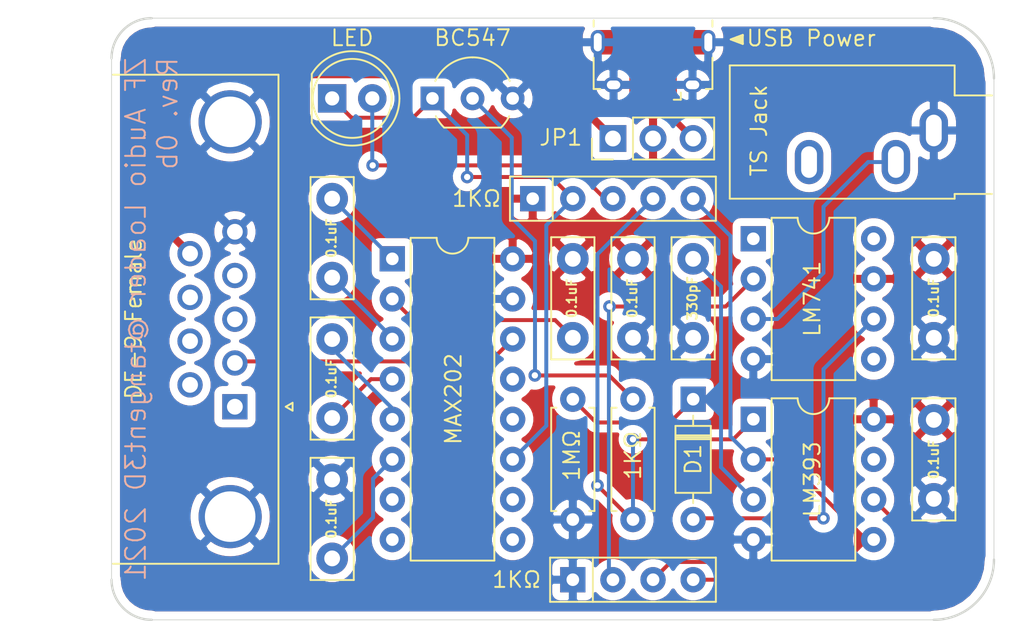
<source format=kicad_pcb>
(kicad_pcb (version 20171130) (host pcbnew "(5.1.12)-1")
  (layers (0 F.Cu signal) (31 B.Cu signal) (34 B.Paste user hide) (35 F.Paste user hide) (36 B.SilkS user) (37 F.SilkS user) (38 B.Mask user) (39 F.Mask user) (44 Edge.Cuts user))
  (net 0 "")
  (net 1 GND)
  (net 2 VCC)
  (net 3 "Net-(C4-Pad2)")
  (net 4 "Net-(C5-Pad2)")
  (net 5 "Net-(C5-Pad1)")
  (net 6 "Net-(C6-Pad2)")
  (net 7 "Net-(C7-Pad2)")
  (net 8 "Net-(C7-Pad1)")
  (net 9 "Net-(C8-Pad1)")
  (net 10 "Net-(D1-Pad2)")
  (net 11 RN1c)
  (net 12 RN1d)
  (net 13 "Net-(J1-Pad1)")
  (net 14 "Net-(J2-Pad1)")
  (net 15 "Net-(J2-Pad2)")
  (net 16 "Net-(J2-Pad3)")
  (net 17 "Net-(J2-Pad4)")
  (net 18 "Net-(J2-Pad6)")
  (net 19 "Net-(J2-Pad7)")
  (net 20 "Net-(J2-Pad8)")
  (net 21 PIN_9)
  (net 22 "Net-(J3-PadT)")
  (net 23 "Net-(Q1-Pad2)")
  (net 24 RN1b)
  (net 25 RN1a)
  (net 26 RN2a)
  (net 27 RN2c)
  (net 28 "Net-(U1-Pad8)")
  (net 29 "Net-(U1-Pad5)")
  (net 30 "Net-(U1-Pad1)")
  (net 31 "Net-(U2-Pad7)")
  (net 32 "Net-(U3-Pad9)")
  (net 33 "Net-(U3-Pad10)")
  (net 34 "Net-(U3-Pad12)")
  (net 35 "Net-(U3-Pad13)")
  (net 36 "Net-(U3-Pad7)")
  (net 37 "Net-(U3-Pad8)")
  (net 38 "Net-(J1-Pad4)")
  (net 39 "Net-(J1-Pad3)")
  (net 40 "Net-(J1-Pad2)")
  (module Connector_Audio:Jack_3.5mm_CUI_SJ1-3533NG_Horizontal (layer F.Cu) (at 163.045 81.432 270)
    (fp_text reference J3 hide)
    (fp_text value "TS Jack" (at 0 11.0744 270) (layer F.SilkS) (effects (font (thickness 0.125))))
    (fp_line (start -2.22 -1.32) (end -2.22 -3.683) (layer F.SilkS) (width 0.12))
    (fp_line (start -4.12 -1.32) (end -2.22 -1.32) (layer F.SilkS) (width 0.12))
    (fp_line (start -4.12 12.92) (end -4.12 -1.32) (layer F.SilkS) (width 0.12))
    (fp_line (start 4.32 12.92) (end -4.12 12.92) (layer F.SilkS) (width 0.12))
    (fp_line (start 4.32 -1.32) (end 4.32 12.92) (layer F.SilkS) (width 0.12))
    (fp_line (start 4.02 -1.32) (end 4.32 -1.32) (layer F.SilkS) (width 0.12))
    (fp_line (start 4.02 -3.683) (end 4.02 -1.32) (layer F.SilkS) (width 0.12))
    (pad R thru_hole oval (at 2 7.9 270) (size 2.8 1.8) (drill oval 2 1) (layers *.Cu *.Mask))
    (pad T thru_hole oval (at 2 2.4 270) (size 2.8 1.8) (drill oval 2 1) (layers *.Cu *.Mask) (net 22 "Net-(J3-PadT)"))
    (pad S thru_hole oval (at 0 0 270) (size 2.8 1.8) (drill oval 2 1) (layers *.Cu *.Mask) (net 1 GND))
  )
  (module Connector_Dsub:DSUB-9_Female_Horizontal_P2.77x2.84mm_EdgePinOffset4.94mm_Housed_MountingHolesOffset7.48mm (layer F.Cu) (at 118.7855 98.9255 270)
    (fp_text reference J2 hide)
    (fp_text value "DE-9 Female" (at -5.5555 6.4135 90) (layer F.SilkS) (effects (font (thickness 0.125))))
    (fp_line (start 0 -3.221325) (end -0.25 -3.654338) (layer F.SilkS) (width 0.12))
    (fp_line (start 0.25 -3.654338) (end 0 -3.221325) (layer F.SilkS) (width 0.12))
    (fp_line (start -0.25 -3.654338) (end 0.25 -3.654338) (layer F.SilkS) (width 0.12))
    (fp_line (start 9.945 -2.76) (end 9.945 7.72) (layer F.SilkS) (width 0.12))
    (fp_line (start -21.025 -2.76) (end 9.945 -2.76) (layer F.SilkS) (width 0.12))
    (fp_line (start -21.025 7.72) (end -21.025 -2.76) (layer F.SilkS) (width 0.12))
    (pad 0 thru_hole circle (at 6.96 0.3 270) (size 4 4) (drill 3.2) (layers *.Cu *.Mask) (net 1 GND))
    (pad 0 thru_hole circle (at -18.04 0.3 270) (size 4 4) (drill 3.2) (layers *.Cu *.Mask) (net 1 GND))
    (pad 9 thru_hole circle (at -9.695 2.84 270) (size 1.6 1.6) (drill 1) (layers *.Cu *.Mask) (net 21 PIN_9))
    (pad 8 thru_hole circle (at -6.925 2.84 270) (size 1.6 1.6) (drill 1) (layers *.Cu *.Mask) (net 20 "Net-(J2-Pad8)"))
    (pad 7 thru_hole circle (at -4.155 2.84 270) (size 1.6 1.6) (drill 1) (layers *.Cu *.Mask) (net 19 "Net-(J2-Pad7)"))
    (pad 6 thru_hole circle (at -1.385 2.84 270) (size 1.6 1.6) (drill 1) (layers *.Cu *.Mask) (net 18 "Net-(J2-Pad6)"))
    (pad 5 thru_hole circle (at -11.08 0 270) (size 1.6 1.6) (drill 1) (layers *.Cu *.Mask) (net 1 GND))
    (pad 4 thru_hole circle (at -8.31 0 270) (size 1.6 1.6) (drill 1) (layers *.Cu *.Mask) (net 17 "Net-(J2-Pad4)"))
    (pad 3 thru_hole circle (at -5.54 0 270) (size 1.6 1.6) (drill 1) (layers *.Cu *.Mask) (net 16 "Net-(J2-Pad3)"))
    (pad 2 thru_hole circle (at -2.77 0 270) (size 1.6 1.6) (drill 1) (layers *.Cu *.Mask) (net 15 "Net-(J2-Pad2)"))
    (pad 1 thru_hole rect (at 0 0 270) (size 1.6 1.6) (drill 1) (layers *.Cu *.Mask) (net 14 "Net-(J2-Pad1)"))
  )
  (module Package_TO_SOT_THT:TO-92_Inline_Wide (layer F.Cu) (at 131.295 79.4)
    (fp_text reference Q1 hide)
    (fp_text value BC547 (at 2.54 -3.833) (layer F.SilkS) (effects (font (thickness 0.125))))
    (fp_line (start 0.74 1.85) (end 4.34 1.85) (layer F.SilkS) (width 0.12))
    (fp_arc (start 2.54 0) (end 0.74 1.85) (angle 20) (layer F.SilkS) (width 0.12))
    (fp_arc (start 2.54 0) (end 2.54 -2.6) (angle -65) (layer F.SilkS) (width 0.12))
    (fp_arc (start 2.54 0) (end 2.54 -2.6) (angle 65) (layer F.SilkS) (width 0.12))
    (fp_arc (start 2.54 0) (end 4.34 1.85) (angle -20) (layer F.SilkS) (width 0.12))
    (pad 2 thru_hole circle (at 2.54 0) (size 1.5 1.5) (drill 0.8) (layers *.Cu *.Mask) (net 23 "Net-(Q1-Pad2)"))
    (pad 3 thru_hole circle (at 5.08 0) (size 1.5 1.5) (drill 0.8) (layers *.Cu *.Mask) (net 1 GND))
    (pad 1 thru_hole rect (at 0 0) (size 1.5 1.5) (drill 0.8) (layers *.Cu *.Mask) (net 11 RN1c))
  )
  (module Capacitor_THT:C_Disc_D7.5mm_W2.5mm_P5.00mm (layer F.Cu) (at 163.045 89.56 270)
    (fp_text reference C1 hide)
    (fp_text value 0.1uF (at 2.46 0 90) (layer F.SilkS) (effects (font (size 0.6 0.6) (thickness 0.125))))
    (fp_line (start -1.37 -1.37) (end 6.37 -1.37) (layer F.SilkS) (width 0.12))
    (fp_line (start -1.37 1.37) (end 6.37 1.37) (layer F.SilkS) (width 0.12))
    (fp_line (start -1.37 -1.37) (end -1.37 1.37) (layer F.SilkS) (width 0.12))
    (fp_line (start 6.37 -1.37) (end 6.37 1.37) (layer F.SilkS) (width 0.12))
    (pad 2 thru_hole circle (at 5 0 270) (size 2 2) (drill 1) (layers *.Cu *.Mask) (net 1 GND))
    (pad 1 thru_hole circle (at 0 0 270) (size 2 2) (drill 1) (layers *.Cu *.Mask) (net 2 VCC))
  )
  (module Capacitor_THT:C_Disc_D7.5mm_W2.5mm_P5.00mm (layer F.Cu) (at 163.045 99.76 270)
    (fp_text reference C2 hide)
    (fp_text value 0.1uF (at 2.5 0 90) (layer F.SilkS) (effects (font (size 0.6 0.6) (thickness 0.125))))
    (fp_line (start 6.37 -1.37) (end 6.37 1.37) (layer F.SilkS) (width 0.12))
    (fp_line (start -1.37 -1.37) (end -1.37 1.37) (layer F.SilkS) (width 0.12))
    (fp_line (start -1.37 1.37) (end 6.37 1.37) (layer F.SilkS) (width 0.12))
    (fp_line (start -1.37 -1.37) (end 6.37 -1.37) (layer F.SilkS) (width 0.12))
    (pad 1 thru_hole circle (at 0 0 270) (size 2 2) (drill 1) (layers *.Cu *.Mask) (net 2 VCC))
    (pad 2 thru_hole circle (at 5 0 270) (size 2 2) (drill 1) (layers *.Cu *.Mask) (net 1 GND))
  )
  (module Capacitor_THT:C_Disc_D7.5mm_W2.5mm_P5.00mm (layer F.Cu) (at 143.995 89.56 270)
    (fp_text reference C3 hide)
    (fp_text value 0.1uF (at 2.5 0.04925 90) (layer F.SilkS) (effects (font (size 0.6 0.6) (thickness 0.125))))
    (fp_line (start 6.37 -1.37) (end 6.37 1.37) (layer F.SilkS) (width 0.12))
    (fp_line (start -1.37 -1.37) (end -1.37 1.37) (layer F.SilkS) (width 0.12))
    (fp_line (start -1.37 1.37) (end 6.37 1.37) (layer F.SilkS) (width 0.12))
    (fp_line (start -1.37 -1.37) (end 6.37 -1.37) (layer F.SilkS) (width 0.12))
    (pad 1 thru_hole circle (at 0 0 270) (size 2 2) (drill 1) (layers *.Cu *.Mask) (net 2 VCC))
    (pad 2 thru_hole circle (at 5 0 270) (size 2 2) (drill 1) (layers *.Cu *.Mask) (net 1 GND))
  )
  (module Capacitor_THT:C_Disc_D7.5mm_W2.5mm_P5.00mm (layer F.Cu) (at 147.805 94.56 90)
    (fp_text reference C4 hide)
    (fp_text value 330pF (at 2.5 -0.04925 90) (layer F.SilkS) (effects (font (size 0.6 0.6) (thickness 0.125))))
    (fp_line (start 6.37 -1.37) (end 6.37 1.37) (layer F.SilkS) (width 0.12))
    (fp_line (start -1.37 -1.37) (end -1.37 1.37) (layer F.SilkS) (width 0.12))
    (fp_line (start -1.37 1.37) (end 6.37 1.37) (layer F.SilkS) (width 0.12))
    (fp_line (start -1.37 -1.37) (end 6.37 -1.37) (layer F.SilkS) (width 0.12))
    (pad 1 thru_hole circle (at 0 0 90) (size 2 2) (drill 1) (layers *.Cu *.Mask) (net 1 GND))
    (pad 2 thru_hole circle (at 5 0 90) (size 2 2) (drill 1) (layers *.Cu *.Mask) (net 3 "Net-(C4-Pad2)"))
  )
  (module Capacitor_THT:C_Disc_D7.5mm_W2.5mm_P5.00mm (layer F.Cu) (at 124.945 90.75 90)
    (fp_text reference C5 hide)
    (fp_text value 0.1uF (at 2.5 -0.04925 90) (layer F.SilkS) (effects (font (size 0.6 0.6) (thickness 0.125))))
    (fp_line (start 6.37 -1.37) (end 6.37 1.37) (layer F.SilkS) (width 0.12))
    (fp_line (start -1.37 -1.37) (end -1.37 1.37) (layer F.SilkS) (width 0.12))
    (fp_line (start -1.37 1.37) (end 6.37 1.37) (layer F.SilkS) (width 0.12))
    (fp_line (start -1.37 -1.37) (end 6.37 -1.37) (layer F.SilkS) (width 0.12))
    (pad 1 thru_hole circle (at 0 0 90) (size 2 2) (drill 1) (layers *.Cu *.Mask) (net 5 "Net-(C5-Pad1)"))
    (pad 2 thru_hole circle (at 5 0 90) (size 2 2) (drill 1) (layers *.Cu *.Mask) (net 4 "Net-(C5-Pad2)"))
  )
  (module Capacitor_THT:C_Disc_D7.5mm_W2.5mm_P5.00mm (layer F.Cu) (at 140.185 89.56 270)
    (fp_text reference C6 hide)
    (fp_text value 0.1uF (at 2.5 0.0675 90) (layer F.SilkS) (effects (font (size 0.6 0.6) (thickness 0.125))))
    (fp_line (start -1.37 -1.37) (end 6.37 -1.37) (layer F.SilkS) (width 0.12))
    (fp_line (start -1.37 1.37) (end 6.37 1.37) (layer F.SilkS) (width 0.12))
    (fp_line (start -1.37 -1.37) (end -1.37 1.37) (layer F.SilkS) (width 0.12))
    (fp_line (start 6.37 -1.37) (end 6.37 1.37) (layer F.SilkS) (width 0.12))
    (pad 2 thru_hole circle (at 5 0 270) (size 2 2) (drill 1) (layers *.Cu *.Mask) (net 6 "Net-(C6-Pad2)"))
    (pad 1 thru_hole circle (at 0 0 270) (size 2 2) (drill 1) (layers *.Cu *.Mask) (net 2 VCC))
  )
  (module Capacitor_THT:C_Disc_D7.5mm_W2.5mm_P5.00mm (layer F.Cu) (at 124.945 99.64 90)
    (fp_text reference C7 hide)
    (fp_text value 0.1uF (at 2.5 -0.04925 90) (layer F.SilkS) (effects (font (size 0.6 0.6) (thickness 0.125))))
    (fp_line (start 6.37 -1.37) (end 6.37 1.37) (layer F.SilkS) (width 0.12))
    (fp_line (start -1.37 -1.37) (end -1.37 1.37) (layer F.SilkS) (width 0.12))
    (fp_line (start -1.37 1.37) (end 6.37 1.37) (layer F.SilkS) (width 0.12))
    (fp_line (start -1.37 -1.37) (end 6.37 -1.37) (layer F.SilkS) (width 0.12))
    (pad 1 thru_hole circle (at 0 0 90) (size 2 2) (drill 1) (layers *.Cu *.Mask) (net 8 "Net-(C7-Pad1)"))
    (pad 2 thru_hole circle (at 5 0 90) (size 2 2) (drill 1) (layers *.Cu *.Mask) (net 7 "Net-(C7-Pad2)"))
  )
  (module Capacitor_THT:C_Disc_D7.5mm_W2.5mm_P5.00mm (layer F.Cu) (at 124.945 108.53 90)
    (fp_text reference C8 hide)
    (fp_text value 0.1uF (at 2.5 -0.04925 90) (layer F.SilkS) (effects (font (size 0.6 0.6) (thickness 0.125))))
    (fp_line (start -1.37 -1.37) (end 6.37 -1.37) (layer F.SilkS) (width 0.12))
    (fp_line (start -1.37 1.37) (end 6.37 1.37) (layer F.SilkS) (width 0.12))
    (fp_line (start -1.37 -1.37) (end -1.37 1.37) (layer F.SilkS) (width 0.12))
    (fp_line (start 6.37 -1.37) (end 6.37 1.37) (layer F.SilkS) (width 0.12))
    (pad 2 thru_hole circle (at 5 0 90) (size 2 2) (drill 1) (layers *.Cu *.Mask) (net 1 GND))
    (pad 1 thru_hole circle (at 0 0 90) (size 2 2) (drill 1) (layers *.Cu *.Mask) (net 9 "Net-(C8-Pad1)"))
  )
  (module Diode_THT:D_DO-35_SOD27_P7.62mm_Horizontal (layer F.Cu) (at 147.805 98.45 270)
    (fp_text reference D1 (at 3.81 0 90) (layer F.SilkS) (effects (font (thickness 0.125))))
    (fp_text value 1N4148)
    (fp_line (start 1.69 -1.12) (end 1.69 1.12) (layer F.SilkS) (width 0.12))
    (fp_line (start 1.69 1.12) (end 5.93 1.12) (layer F.SilkS) (width 0.12))
    (fp_line (start 5.93 1.12) (end 5.93 -1.12) (layer F.SilkS) (width 0.12))
    (fp_line (start 5.93 -1.12) (end 1.69 -1.12) (layer F.SilkS) (width 0.12))
    (fp_line (start 1.04 0) (end 1.69 0) (layer F.SilkS) (width 0.12))
    (fp_line (start 6.58 0) (end 5.93 0) (layer F.SilkS) (width 0.12))
    (fp_line (start 2.41 -1.12) (end 2.41 1.12) (layer F.SilkS) (width 0.12))
    (fp_line (start 2.53 -1.12) (end 2.53 1.12) (layer F.SilkS) (width 0.12))
    (fp_line (start 2.29 -1.12) (end 2.29 1.12) (layer F.SilkS) (width 0.12))
    (pad 2 thru_hole oval (at 7.62 0 270) (size 1.6 1.6) (drill 0.8) (layers *.Cu *.Mask) (net 10 "Net-(D1-Pad2)"))
    (pad 1 thru_hole rect (at 0 0 270) (size 1.6 1.6) (drill 0.8) (layers *.Cu *.Mask) (net 3 "Net-(C4-Pad2)"))
  )
  (module LED_THT:LED_D5.0mm (layer F.Cu) (at 124.945 79.4)
    (fp_text reference D2 hide)
    (fp_text value LED (at 1.27 -3.82675) (layer F.SilkS) (effects (font (thickness 0.125))))
    (fp_line (start -1.29 -1.545) (end -1.29 1.545) (layer F.SilkS) (width 0.12))
    (fp_circle (center 1.27 0) (end 3.77 0) (layer F.SilkS) (width 0.12))
    (fp_arc (start 1.27 0) (end -1.29 -1.54483) (angle 148.9) (layer F.SilkS) (width 0.12))
    (fp_arc (start 1.27 0) (end -1.29 1.54483) (angle -148.9) (layer F.SilkS) (width 0.12))
    (pad 1 thru_hole rect (at 0 0) (size 1.8 1.8) (drill 0.9) (layers *.Cu *.Mask) (net 11 RN1c))
    (pad 2 thru_hole circle (at 2.54 0) (size 1.8 1.8) (drill 0.9) (layers *.Cu *.Mask) (net 12 RN1d))
  )
  (module Connector_PinHeader_2.54mm:PinHeader_1x03_P2.54mm_Vertical (layer F.Cu) (at 142.725 81.94 90)
    (fp_text reference JP1 (at 0.06125 -3.302 180) (layer F.SilkS) (effects (font (thickness 0.125))))
    (fp_text value Jumper_3_Open)
    (fp_line (start -1.33 6.41) (end 1.33 6.41) (layer F.SilkS) (width 0.12))
    (fp_line (start -1.33 1.27) (end -1.33 6.41) (layer F.SilkS) (width 0.12))
    (fp_line (start 1.33 1.27) (end 1.33 6.41) (layer F.SilkS) (width 0.12))
    (fp_line (start -1.33 1.27) (end 1.33 1.27) (layer F.SilkS) (width 0.12))
    (fp_line (start -1.33 0) (end -1.33 -1.33) (layer F.SilkS) (width 0.12))
    (fp_line (start -1.33 -1.33) (end 0 -1.33) (layer F.SilkS) (width 0.12))
    (pad 3 thru_hole oval (at 0 5.08 90) (size 1.7 1.7) (drill 1) (layers *.Cu *.Mask) (net 13 "Net-(J1-Pad1)"))
    (pad 2 thru_hole oval (at 0 2.54 90) (size 1.7 1.7) (drill 1) (layers *.Cu *.Mask) (net 2 VCC))
    (pad 1 thru_hole rect (at 0 0 90) (size 1.7 1.7) (drill 1) (layers *.Cu *.Mask) (net 21 PIN_9))
  )
  (module Resistor_THT:R_Axial_DIN0207_L6.3mm_D2.5mm_P7.62mm_Horizontal (layer F.Cu) (at 140.185 98.45 270)
    (fp_text reference R1 hide)
    (fp_text value 1MΩ (at 3.556001 0.0675 90) (layer F.SilkS) (effects (font (thickness 0.125))))
    (fp_line (start 0.54 -1.04) (end 0.54 -1.37) (layer F.SilkS) (width 0.12))
    (fp_line (start 0.54 -1.37) (end 7.08 -1.37) (layer F.SilkS) (width 0.12))
    (fp_line (start 7.08 -1.37) (end 7.08 -1.04) (layer F.SilkS) (width 0.12))
    (fp_line (start 0.54 1.04) (end 0.54 1.37) (layer F.SilkS) (width 0.12))
    (fp_line (start 0.54 1.37) (end 7.08 1.37) (layer F.SilkS) (width 0.12))
    (fp_line (start 7.08 1.37) (end 7.08 1.04) (layer F.SilkS) (width 0.12))
    (pad 2 thru_hole oval (at 7.62 0 270) (size 1.6 1.6) (drill 0.8) (layers *.Cu *.Mask) (net 1 GND))
    (pad 1 thru_hole circle (at 0 0 270) (size 1.6 1.6) (drill 0.8) (layers *.Cu *.Mask) (net 3 "Net-(C4-Pad2)"))
  )
  (module Resistor_THT:R_Axial_DIN0207_L6.3mm_D2.5mm_P7.62mm_Horizontal (layer F.Cu) (at 143.995 106.07 90)
    (fp_text reference R3 hide)
    (fp_text value 1KΩ (at 4.064 0 90) (layer F.SilkS) (effects (font (thickness 0.125))))
    (fp_line (start 7.08 1.37) (end 7.08 1.04) (layer F.SilkS) (width 0.12))
    (fp_line (start 0.54 1.37) (end 7.08 1.37) (layer F.SilkS) (width 0.12))
    (fp_line (start 0.54 1.04) (end 0.54 1.37) (layer F.SilkS) (width 0.12))
    (fp_line (start 7.08 -1.37) (end 7.08 -1.04) (layer F.SilkS) (width 0.12))
    (fp_line (start 0.54 -1.37) (end 7.08 -1.37) (layer F.SilkS) (width 0.12))
    (fp_line (start 0.54 -1.04) (end 0.54 -1.37) (layer F.SilkS) (width 0.12))
    (pad 1 thru_hole circle (at 0 0 90) (size 1.6 1.6) (drill 0.8) (layers *.Cu *.Mask) (net 24 RN1b))
    (pad 2 thru_hole oval (at 7.62 0 90) (size 1.6 1.6) (drill 0.8) (layers *.Cu *.Mask) (net 23 "Net-(Q1-Pad2)"))
  )
  (module Resistor_THT:R_Array_SIP5 (layer F.Cu) (at 137.645 85.75)
    (fp_text reference RN1 hide)
    (fp_text value 1KΩ (at -3.556 0) (layer F.SilkS) (effects (font (thickness 0.125))))
    (fp_line (start 1.27 -1.4) (end 1.27 1.4) (layer F.SilkS) (width 0.12))
    (fp_line (start 11.6 -1.4) (end -1.44 -1.4) (layer F.SilkS) (width 0.12))
    (fp_line (start 11.6 1.4) (end 11.6 -1.4) (layer F.SilkS) (width 0.12))
    (fp_line (start -1.44 1.4) (end 11.6 1.4) (layer F.SilkS) (width 0.12))
    (fp_line (start -1.44 -1.4) (end -1.44 1.4) (layer F.SilkS) (width 0.12))
    (pad 1 thru_hole rect (at 0 0) (size 1.6 1.6) (drill 0.8) (layers *.Cu *.Mask) (net 2 VCC))
    (pad 2 thru_hole oval (at 2.54 0) (size 1.6 1.6) (drill 0.8) (layers *.Cu *.Mask) (net 11 RN1c))
    (pad 3 thru_hole oval (at 5.08 0) (size 1.6 1.6) (drill 0.8) (layers *.Cu *.Mask) (net 12 RN1d))
    (pad 4 thru_hole oval (at 7.62 0) (size 1.6 1.6) (drill 0.8) (layers *.Cu *.Mask) (net 24 RN1b))
    (pad 5 thru_hole oval (at 10.16 0) (size 1.6 1.6) (drill 0.8) (layers *.Cu *.Mask) (net 25 RN1a))
  )
  (module Resistor_THT:R_Array_SIP4 (layer F.Cu) (at 140.185 109.88)
    (fp_text reference RN2 hide)
    (fp_text value 1KΩ (at -3.556 0) (layer F.SilkS) (effects (font (thickness 0.125))))
    (fp_line (start -1.44 -1.4) (end -1.44 1.4) (layer F.SilkS) (width 0.12))
    (fp_line (start -1.44 1.4) (end 9.06 1.4) (layer F.SilkS) (width 0.12))
    (fp_line (start 9.06 1.4) (end 9.06 -1.4) (layer F.SilkS) (width 0.12))
    (fp_line (start 9.06 -1.4) (end -1.44 -1.4) (layer F.SilkS) (width 0.12))
    (fp_line (start 1.27 -1.4) (end 1.27 1.4) (layer F.SilkS) (width 0.12))
    (pad 4 thru_hole oval (at 7.62 0) (size 1.6 1.6) (drill 0.8) (layers *.Cu *.Mask) (net 27 RN2c))
    (pad 3 thru_hole oval (at 5.08 0) (size 1.6 1.6) (drill 0.8) (layers *.Cu *.Mask) (net 25 RN1a))
    (pad 2 thru_hole oval (at 2.54 0) (size 1.6 1.6) (drill 0.8) (layers *.Cu *.Mask) (net 26 RN2a))
    (pad 1 thru_hole rect (at 0 0) (size 1.6 1.6) (drill 0.8) (layers *.Cu *.Mask) (net 1 GND))
  )
  (module Package_DIP:DIP-8_W7.62mm (layer F.Cu) (at 151.615 88.29)
    (fp_text reference U1 hide)
    (fp_text value LM741 (at 3.7325 3.8 90) (layer F.SilkS) (effects (font (thickness 0.125))))
    (fp_line (start 2.81 -1.33) (end 1.16 -1.33) (layer F.SilkS) (width 0.12))
    (fp_line (start 1.16 -1.33) (end 1.16 8.95) (layer F.SilkS) (width 0.12))
    (fp_line (start 1.16 8.95) (end 6.46 8.95) (layer F.SilkS) (width 0.12))
    (fp_line (start 6.46 8.95) (end 6.46 -1.33) (layer F.SilkS) (width 0.12))
    (fp_line (start 6.46 -1.33) (end 4.81 -1.33) (layer F.SilkS) (width 0.12))
    (fp_arc (start 3.81 -1.33) (end 2.81 -1.33) (angle -180) (layer F.SilkS) (width 0.12))
    (pad 8 thru_hole oval (at 7.62 0) (size 1.6 1.6) (drill 0.8) (layers *.Cu *.Mask) (net 28 "Net-(U1-Pad8)"))
    (pad 4 thru_hole oval (at 0 7.62) (size 1.6 1.6) (drill 0.8) (layers *.Cu *.Mask) (net 1 GND))
    (pad 7 thru_hole oval (at 7.62 2.54) (size 1.6 1.6) (drill 0.8) (layers *.Cu *.Mask) (net 2 VCC))
    (pad 3 thru_hole oval (at 0 5.08) (size 1.6 1.6) (drill 0.8) (layers *.Cu *.Mask) (net 22 "Net-(J3-PadT)"))
    (pad 6 thru_hole oval (at 7.62 5.08) (size 1.6 1.6) (drill 0.8) (layers *.Cu *.Mask) (net 10 "Net-(D1-Pad2)"))
    (pad 2 thru_hole oval (at 0 2.54) (size 1.6 1.6) (drill 0.8) (layers *.Cu *.Mask) (net 26 RN2a))
    (pad 5 thru_hole oval (at 7.62 7.62) (size 1.6 1.6) (drill 0.8) (layers *.Cu *.Mask) (net 29 "Net-(U1-Pad5)"))
    (pad 1 thru_hole rect (at 0 0) (size 1.6 1.6) (drill 0.8) (layers *.Cu *.Mask) (net 30 "Net-(U1-Pad1)"))
  )
  (module Package_DIP:DIP-8_W7.62mm (layer F.Cu) (at 151.615 99.72)
    (fp_text reference U2 hide)
    (fp_text value LM393 (at 3.7325 3.8 90) (layer F.SilkS) (effects (font (thickness 0.125))))
    (fp_line (start 6.46 -1.33) (end 4.81 -1.33) (layer F.SilkS) (width 0.12))
    (fp_line (start 6.46 8.95) (end 6.46 -1.33) (layer F.SilkS) (width 0.12))
    (fp_line (start 1.16 8.95) (end 6.46 8.95) (layer F.SilkS) (width 0.12))
    (fp_line (start 1.16 -1.33) (end 1.16 8.95) (layer F.SilkS) (width 0.12))
    (fp_line (start 2.81 -1.33) (end 1.16 -1.33) (layer F.SilkS) (width 0.12))
    (fp_arc (start 3.81 -1.33) (end 2.81 -1.33) (angle -180) (layer F.SilkS) (width 0.12))
    (pad 1 thru_hole rect (at 0 0) (size 1.6 1.6) (drill 0.8) (layers *.Cu *.Mask) (net 24 RN1b))
    (pad 5 thru_hole oval (at 7.62 7.62) (size 1.6 1.6) (drill 0.8) (layers *.Cu *.Mask) (net 25 RN1a))
    (pad 2 thru_hole oval (at 0 2.54) (size 1.6 1.6) (drill 0.8) (layers *.Cu *.Mask) (net 25 RN1a))
    (pad 6 thru_hole oval (at 7.62 5.08) (size 1.6 1.6) (drill 0.8) (layers *.Cu *.Mask) (net 27 RN2c))
    (pad 3 thru_hole oval (at 0 5.08) (size 1.6 1.6) (drill 0.8) (layers *.Cu *.Mask) (net 3 "Net-(C4-Pad2)"))
    (pad 7 thru_hole oval (at 7.62 2.54) (size 1.6 1.6) (drill 0.8) (layers *.Cu *.Mask) (net 31 "Net-(U2-Pad7)"))
    (pad 4 thru_hole oval (at 0 7.62) (size 1.6 1.6) (drill 0.8) (layers *.Cu *.Mask) (net 1 GND))
    (pad 8 thru_hole oval (at 7.62 0) (size 1.6 1.6) (drill 0.8) (layers *.Cu *.Mask) (net 2 VCC))
  )
  (module Package_DIP:DIP-16_W7.62mm (layer F.Cu) (at 128.755 89.56)
    (fp_text reference U3 hide)
    (fp_text value MAX202)
    (fp_line (start 6.46 -1.33) (end 4.81 -1.33) (layer F.SilkS) (width 0.12))
    (fp_line (start 6.46 19.11) (end 6.46 -1.33) (layer F.SilkS) (width 0.12))
    (fp_line (start 1.16 19.11) (end 6.46 19.11) (layer F.SilkS) (width 0.12))
    (fp_line (start 1.16 -1.33) (end 1.16 19.11) (layer F.SilkS) (width 0.12))
    (fp_line (start 2.81 -1.33) (end 1.16 -1.33) (layer F.SilkS) (width 0.12))
    (fp_arc (start 3.81 -1.33) (end 2.81 -1.33) (angle -180) (layer F.SilkS) (width 0.12))
    (pad 1 thru_hole rect (at 0 0) (size 1.6 1.6) (drill 0.8) (layers *.Cu *.Mask) (net 4 "Net-(C5-Pad2)"))
    (pad 9 thru_hole oval (at 7.62 17.78) (size 1.6 1.6) (drill 0.8) (layers *.Cu *.Mask) (net 32 "Net-(U3-Pad9)"))
    (pad 2 thru_hole oval (at 0 2.54) (size 1.6 1.6) (drill 0.8) (layers *.Cu *.Mask) (net 6 "Net-(C6-Pad2)"))
    (pad 10 thru_hole oval (at 7.62 15.24) (size 1.6 1.6) (drill 0.8) (layers *.Cu *.Mask) (net 33 "Net-(U3-Pad10)"))
    (pad 3 thru_hole oval (at 0 5.08) (size 1.6 1.6) (drill 0.8) (layers *.Cu *.Mask) (net 5 "Net-(C5-Pad1)"))
    (pad 11 thru_hole oval (at 7.62 12.7) (size 1.6 1.6) (drill 0.8) (layers *.Cu *.Mask) (net 11 RN1c))
    (pad 4 thru_hole oval (at 0 7.62) (size 1.6 1.6) (drill 0.8) (layers *.Cu *.Mask) (net 8 "Net-(C7-Pad1)"))
    (pad 12 thru_hole oval (at 7.62 10.16) (size 1.6 1.6) (drill 0.8) (layers *.Cu *.Mask) (net 34 "Net-(U3-Pad12)"))
    (pad 5 thru_hole oval (at 0 10.16) (size 1.6 1.6) (drill 0.8) (layers *.Cu *.Mask) (net 7 "Net-(C7-Pad2)"))
    (pad 13 thru_hole oval (at 7.62 7.62) (size 1.6 1.6) (drill 0.8) (layers *.Cu *.Mask) (net 35 "Net-(U3-Pad13)"))
    (pad 6 thru_hole oval (at 0 12.7) (size 1.6 1.6) (drill 0.8) (layers *.Cu *.Mask) (net 9 "Net-(C8-Pad1)"))
    (pad 14 thru_hole oval (at 7.62 5.08) (size 1.6 1.6) (drill 0.8) (layers *.Cu *.Mask) (net 15 "Net-(J2-Pad2)"))
    (pad 7 thru_hole oval (at 0 15.24) (size 1.6 1.6) (drill 0.8) (layers *.Cu *.Mask) (net 36 "Net-(U3-Pad7)"))
    (pad 15 thru_hole oval (at 7.62 2.54) (size 1.6 1.6) (drill 0.8) (layers *.Cu *.Mask) (net 1 GND))
    (pad 8 thru_hole oval (at 0 17.78) (size 1.6 1.6) (drill 0.8) (layers *.Cu *.Mask) (net 37 "Net-(U3-Pad8)"))
    (pad 16 thru_hole oval (at 7.62 0) (size 1.6 1.6) (drill 0.8) (layers *.Cu *.Mask) (net 2 VCC))
  )
  (module Connector_USB:USB_Micro-B_Amphenol_10118194_Horizontal (layer F.Cu) (at 145.265 77.144 180)
    (fp_text reference J1 hide)
    (fp_text value "◄USB Power" (at -9.398 1.554) (layer F.SilkS) (effects (font (thickness 0.125))))
    (fp_line (start -1.76 -1.89) (end -1.76 -2.34) (layer F.SilkS) (width 0.12))
    (fp_line (start -1.31 -2.34) (end -1.76 -2.34) (layer F.SilkS) (width 0.12))
    (fp_line (start -3.76 -1.66) (end -3.34 -1.66) (layer F.SilkS) (width 0.12))
    (fp_line (start -3.76 0.32) (end -3.76 -1.66) (layer F.SilkS) (width 0.12))
    (fp_line (start -3.76 2.69) (end -3.76 2.29) (layer F.SilkS) (width 0.12))
    (fp_line (start 3.76 2.29) (end 3.76 2.69) (layer F.SilkS) (width 0.12))
    (fp_line (start 3.76 -1.66) (end 3.34 -1.66) (layer F.SilkS) (width 0.12))
    (fp_line (start 3.76 0.32) (end 3.76 -1.66) (layer F.SilkS) (width 0.12))
    (pad 6 thru_hole oval (at 3.5 1.3 180) (size 0.89 1.55) (drill oval 0.5 1.15) (layers *.Cu *.Mask) (net 1 GND))
    (pad 6 thru_hole oval (at -3.5 1.3 180) (size 0.89 1.55) (drill oval 0.5 1.15) (layers *.Cu *.Mask) (net 1 GND))
    (pad 6 smd rect (at 2.9 1.3 180) (size 1.2 1.55) (layers F.Cu F.Paste F.Mask) (net 1 GND))
    (pad 6 smd rect (at -2.9 1.3 180) (size 1.2 1.55) (layers F.Cu F.Paste F.Mask) (net 1 GND))
    (pad 6 smd rect (at 1 1.3 180) (size 1.5 1.55) (layers F.Cu F.Paste F.Mask) (net 1 GND))
    (pad 6 smd rect (at -1 1.3 180) (size 1.5 1.55) (layers F.Cu F.Paste F.Mask) (net 1 GND))
    (pad 6 thru_hole oval (at 2.5 -1.4 180) (size 1.25 0.95) (drill oval 0.85 0.55) (layers *.Cu *.Mask) (net 1 GND))
    (pad 6 thru_hole oval (at -2.5 -1.4 180) (size 1.25 0.95) (drill oval 0.85 0.55) (layers *.Cu *.Mask) (net 1 GND))
    (pad 5 smd rect (at 1.3 -1.4 180) (size 0.4 1.35) (layers F.Cu F.Paste F.Mask) (net 1 GND))
    (pad 4 smd rect (at 0.65 -1.4 180) (size 0.4 1.35) (layers F.Cu F.Paste F.Mask) (net 38 "Net-(J1-Pad4)"))
    (pad 3 smd rect (at 0 -1.4 180) (size 0.4 1.35) (layers F.Cu F.Paste F.Mask) (net 39 "Net-(J1-Pad3)"))
    (pad 2 smd rect (at -0.65 -1.4 180) (size 0.4 1.35) (layers F.Cu F.Paste F.Mask) (net 40 "Net-(J1-Pad2)"))
    (pad 1 smd rect (at -1.3 -1.4 180) (size 0.4 1.35) (layers F.Cu F.Paste F.Mask) (net 13 "Net-(J1-Pad1)"))
  )
  (gr_text "ZF Audio Loader @tangent3D 2021\nRev. 0b" (at 113.515 76.705857 90) (layer B.SilkS) (effects (font (size 1.25 1.25) (thickness 0.125)) (justify left mirror)))
  (gr_arc (start 113.515 109.88) (end 110.975 109.88) (angle -90) (layer Edge.Cuts) (width 0.15))
  (gr_arc (start 113.515 76.86) (end 113.515 74.32) (angle -90) (layer Edge.Cuts) (width 0.15))
  (gr_text MAX202 (at 132.6225 98.435 90) (layer F.SilkS) (effects (font (size 1 1) (thickness 0.125))))
  (gr_arc (start 163.045 78.13) (end 166.855 78.13) (angle -90) (layer Edge.Cuts) (width 0.15))
  (gr_arc (start 163.045 108.61) (end 163.045 112.42) (angle -90) (layer Edge.Cuts) (width 0.15))
  (gr_line (start 113.515 74.32) (end 163.045 74.32) (layer Edge.Cuts) (width 0.05))
  (gr_line (start 166.855 108.61) (end 166.855 78.13) (layer Edge.Cuts) (width 0.05))
  (gr_line (start 113.515 112.42) (end 163.045 112.42) (layer Edge.Cuts) (width 0.05))
  (gr_line (start 110.975 76.86) (end 110.975 109.88) (layer Edge.Cuts) (width 0.05))
  (segment (start 142.765 78.544) (end 143.764999 78.544) (width 0.5) (layer F.Cu) (net 1))
  (segment (start 141.765 75.844) (end 148.765 75.844) (width 0.5) (layer F.Cu) (net 1))
  (segment (start 141.6582 99.9232) (end 140.185 98.45) (width 0.25) (layer F.Cu) (net 3))
  (segment (start 146.3318 99.9232) (end 141.6582 99.9232) (width 0.25) (layer F.Cu) (net 3))
  (segment (start 147.805 98.45) (end 146.3318 99.9232) (width 0.25) (layer F.Cu) (net 3))
  (segment (start 149.57 102.755) (end 151.615 104.8) (width 0.25) (layer B.Cu) (net 3))
  (segment (start 147.805 89.56) (end 149.57 91.325) (width 0.25) (layer B.Cu) (net 3))
  (segment (start 149.5322 98.45) (end 149.57 98.4122) (width 0.25) (layer B.Cu) (net 3))
  (segment (start 149.57 98.183) (end 149.57 98.4122) (width 0.25) (layer B.Cu) (net 3))
  (segment (start 149.1766 98.45) (end 149.5322 98.45) (width 0.25) (layer B.Cu) (net 3))
  (segment (start 149.2528 98.4754) (end 149.57 98.7926) (width 0.25) (layer B.Cu) (net 3))
  (segment (start 149.1766 98.45) (end 149.2528 98.45) (width 0.25) (layer B.Cu) (net 3))
  (segment (start 149.57 98.4122) (end 149.57 98.7672) (width 0.25) (layer B.Cu) (net 3))
  (segment (start 149.1766 98.45) (end 149.303 98.45) (width 0.25) (layer B.Cu) (net 3))
  (segment (start 149.2906 98.4122) (end 149.5576 98.1452) (width 0.25) (layer B.Cu) (net 3))
  (segment (start 149.0242 98.45) (end 149.0744 98.45) (width 0.25) (layer B.Cu) (net 3))
  (segment (start 149.57 97.9544) (end 149.57 98.183) (width 0.25) (layer B.Cu) (net 3))
  (segment (start 149.0744 98.3992) (end 149.57 97.9036) (width 0.25) (layer B.Cu) (net 3))
  (segment (start 147.805 98.45) (end 149.0242 98.45) (width 0.25) (layer B.Cu) (net 3))
  (segment (start 149.0242 98.45) (end 149.1766 98.45) (width 0.25) (layer B.Cu) (net 3))
  (segment (start 149.0242 98.45) (end 149.57 98.9958) (width 0.25) (layer B.Cu) (net 3))
  (segment (start 149.57 98.7672) (end 149.57 98.9958) (width 0.25) (layer B.Cu) (net 3))
  (segment (start 147.805 98.45) (end 148.5416 98.45) (width 0.25) (layer B.Cu) (net 3))
  (segment (start 149.57 91.325) (end 149.57 97.4216) (width 0.25) (layer B.Cu) (net 3))
  (segment (start 147.805 98.45) (end 148.668 98.45) (width 0.25) (layer B.Cu) (net 3))
  (segment (start 149.57 98.9958) (end 149.57 99.352) (width 0.25) (layer B.Cu) (net 3))
  (segment (start 148.7448 98.45) (end 149.57 97.6248) (width 0.25) (layer B.Cu) (net 3))
  (segment (start 147.805 98.45) (end 148.7448 98.45) (width 0.25) (layer B.Cu) (net 3))
  (segment (start 149.57 97.6248) (end 149.57 97.9544) (width 0.25) (layer B.Cu) (net 3))
  (segment (start 149.57 97.4216) (end 149.57 97.6248) (width 0.25) (layer B.Cu) (net 3))
  (segment (start 148.668 98.45) (end 149.57 99.352) (width 0.25) (layer B.Cu) (net 3))
  (segment (start 148.541 98.45) (end 149.57 99.479) (width 0.25) (layer B.Cu) (net 3))
  (segment (start 147.805 98.45) (end 148.541 98.45) (width 0.25) (layer B.Cu) (net 3))
  (segment (start 149.57 99.479) (end 149.57 102.755) (width 0.25) (layer B.Cu) (net 3))
  (segment (start 149.57 99.352) (end 149.57 99.479) (width 0.25) (layer B.Cu) (net 3))
  (segment (start 148.6813 98.3103) (end 148.7067 98.3103) (width 0.25) (layer B.Cu) (net 3))
  (segment (start 148.5416 98.45) (end 148.6813 98.3103) (width 0.25) (layer B.Cu) (net 3))
  (segment (start 148.6813 98.3103) (end 149.57 97.4216) (width 0.25) (layer B.Cu) (net 3))
  (segment (start 149.3922 98.9958) (end 149.57 98.9958) (width 0.25) (layer B.Cu) (net 3))
  (segment (start 148.7067 98.3103) (end 149.3922 98.9958) (width 0.25) (layer B.Cu) (net 3))
  (segment (start 124.945 85.75) (end 128.755 89.56) (width 0.25) (layer B.Cu) (net 4))
  (segment (start 128.755 94.56) (end 128.755 94.64) (width 0.25) (layer B.Cu) (net 5))
  (segment (start 124.945 90.75) (end 128.755 94.56) (width 0.25) (layer B.Cu) (net 5))
  (segment (start 139.065 93.44) (end 140.185 94.56) (width 0.25) (layer F.Cu) (net 6))
  (segment (start 130.095 93.44) (end 139.065 93.44) (width 0.25) (layer F.Cu) (net 6))
  (segment (start 128.755 92.1) (end 130.095 93.44) (width 0.25) (layer F.Cu) (net 6))
  (segment (start 124.945 94.64) (end 124.945 95.2242) (width 0.25) (layer B.Cu) (net 7))
  (segment (start 124.945 95.2242) (end 128.755 99.0342) (width 0.25) (layer B.Cu) (net 7))
  (segment (start 128.755 99.0342) (end 128.755 99.72) (width 0.25) (layer B.Cu) (net 7))
  (segment (start 127.405 97.18) (end 128.755 97.18) (width 0.25) (layer F.Cu) (net 8))
  (segment (start 124.945 99.64) (end 127.405 97.18) (width 0.25) (layer F.Cu) (net 8))
  (segment (start 127.5358 105.9392) (end 124.945 108.53) (width 0.25) (layer B.Cu) (net 9))
  (segment (start 127.5358 103.4792) (end 127.5358 105.9392) (width 0.25) (layer B.Cu) (net 9))
  (segment (start 128.755 102.26) (end 127.5358 103.4792) (width 0.25) (layer B.Cu) (net 9))
  (segment (start 156.06 96.545) (end 159.235 93.37) (width 0.25) (layer B.Cu) (net 10))
  (segment (start 155.98 105.99) (end 156.06 106.07) (width 0.25) (layer F.Cu) (net 10))
  (segment (start 147.805 106.07) (end 147.885 105.99) (width 0.25) (layer F.Cu) (net 10))
  (segment (start 156.06 106.07) (end 156.06 96.545) (width 0.25) (layer B.Cu) (net 10))
  (via (at 156.055 105.99) (size 0.8) (drill 0.4) (layers F.Cu B.Cu) (net 10))
  (segment (start 147.885 105.99) (end 155.98 105.99) (width 0.25) (layer F.Cu) (net 10))
  (via (at 133.495 84.3784) (size 0.8) (drill 0.4) (layers F.Cu B.Cu) (net 11))
  (segment (start 131.295 79.4) (end 131.295 79.527) (width 0.25) (layer B.Cu) (net 11))
  (segment (start 133.495 81.727) (end 133.495 84.189011) (width 0.25) (layer B.Cu) (net 11))
  (segment (start 131.295 79.527) (end 133.495 81.727) (width 0.25) (layer B.Cu) (net 11))
  (segment (start 133.684389 84.3784) (end 137.5434 84.3784) (width 0.25) (layer F.Cu) (net 11))
  (segment (start 138.505001 100.129999) (end 136.375 102.26) (width 0.25) (layer B.Cu) (net 11))
  (segment (start 138.505001 87.429999) (end 138.505001 100.129999) (width 0.25) (layer B.Cu) (net 11))
  (segment (start 140.185 85.75) (end 138.505001 87.429999) (width 0.25) (layer B.Cu) (net 11))
  (segment (start 140.185 85.744998) (end 140.185 85.75) (width 0.25) (layer F.Cu) (net 11))
  (segment (start 138.818402 84.3784) (end 140.185 85.744998) (width 0.25) (layer F.Cu) (net 11))
  (segment (start 137.5434 84.3784) (end 138.818402 84.3784) (width 0.25) (layer F.Cu) (net 11))
  (segment (start 130.069999 80.625001) (end 131.295 79.4) (width 0.25) (layer F.Cu) (net 11))
  (segment (start 126.170001 80.625001) (end 130.069999 80.625001) (width 0.25) (layer F.Cu) (net 11))
  (segment (start 124.945 79.4) (end 126.170001 80.625001) (width 0.25) (layer F.Cu) (net 11))
  (via (at 127.5104 83.6418) (size 0.8) (drill 0.4) (layers F.Cu B.Cu) (net 12))
  (segment (start 127.485 83.45401) (end 127.495 83.46401) (width 0.25) (layer B.Cu) (net 12))
  (segment (start 127.485 79.4) (end 127.485 83.45401) (width 0.25) (layer B.Cu) (net 12))
  (segment (start 142.217 85.75) (end 140.1088 83.6418) (width 0.25) (layer F.Cu) (net 12))
  (segment (start 140.1088 83.6418) (end 127.67279 83.6418) (width 0.25) (layer F.Cu) (net 12))
  (segment (start 142.725 85.75) (end 142.217 85.75) (width 0.25) (layer F.Cu) (net 12))
  (segment (start 146.565 80.7) (end 147.805 81.94) (width 0.4) (layer F.Cu) (net 13))
  (segment (start 146.565 78.544) (end 146.565 80.7) (width 0.4) (layer F.Cu) (net 13))
  (segment (start 134.960001 96.054999) (end 136.375 94.64) (width 0.25) (layer F.Cu) (net 15))
  (segment (start 118.690001 96.054999) (end 134.960001 96.054999) (width 0.25) (layer F.Cu) (net 15))
  (segment (start 118.595 96.15) (end 118.690001 96.054999) (width 0.25) (layer F.Cu) (net 15))
  (segment (start 138.661 77.876) (end 142.725 81.94) (width 0.5) (layer F.Cu) (net 21))
  (segment (start 117.0075 77.876) (end 138.661 77.876) (width 0.5) (layer F.Cu) (net 21))
  (segment (start 114.6834 80.2001) (end 117.0075 77.876) (width 0.5) (layer F.Cu) (net 21))
  (segment (start 114.6834 87.9684) (end 114.6834 80.2001) (width 0.5) (layer F.Cu) (net 21))
  (segment (start 115.9455 89.2305) (end 114.6834 87.9684) (width 0.5) (layer F.Cu) (net 21))
  (segment (start 158.886 83.432) (end 160.645 83.432) (width 0.25) (layer B.Cu) (net 22))
  (segment (start 156.06 86.258) (end 158.886 83.432) (width 0.25) (layer B.Cu) (net 22))
  (segment (start 153.139 93.37) (end 156.06 90.449) (width 0.25) (layer B.Cu) (net 22))
  (segment (start 156.06 90.449) (end 156.06 86.258) (width 0.25) (layer B.Cu) (net 22))
  (segment (start 151.615 93.37) (end 153.139 93.37) (width 0.25) (layer B.Cu) (net 22))
  (via (at 137.78 96.94) (size 0.8) (drill 0.4) (layers F.Cu B.Cu) (net 23))
  (segment (start 142.49 96.945) (end 137.82 96.945) (width 0.25) (layer F.Cu) (net 23))
  (segment (start 143.995 98.45) (end 142.49 96.945) (width 0.25) (layer F.Cu) (net 23))
  (segment (start 137.789999 96.914999) (end 137.82 96.945) (width 0.25) (layer B.Cu) (net 23))
  (segment (start 136.319999 86.964999) (end 137.789999 88.434999) (width 0.25) (layer B.Cu) (net 23))
  (segment (start 137.789999 88.434999) (end 137.789999 96.914999) (width 0.25) (layer B.Cu) (net 23))
  (segment (start 136.319999 81.884999) (end 136.319999 86.964999) (width 0.25) (layer B.Cu) (net 23))
  (segment (start 133.835 79.4) (end 136.319999 81.884999) (width 0.25) (layer B.Cu) (net 23))
  (via (at 143.995 100.99) (size 0.8) (drill 0.4) (layers F.Cu B.Cu) (net 24))
  (segment (start 150.345 100.99) (end 143.995 100.99) (width 0.25) (layer F.Cu) (net 24))
  (segment (start 151.615 99.72) (end 150.345 100.99) (width 0.25) (layer F.Cu) (net 24))
  (segment (start 143.995 100.99) (end 143.995 106.07) (width 0.25) (layer B.Cu) (net 24))
  (via (at 141.744989 103.911) (size 0.8) (drill 0.4) (layers F.Cu B.Cu) (net 24))
  (segment (start 143.903989 106.07) (end 143.995 106.07) (width 0.25) (layer F.Cu) (net 24))
  (segment (start 141.744989 103.911) (end 143.903989 106.07) (width 0.25) (layer F.Cu) (net 24))
  (segment (start 141.744989 89.270011) (end 141.744989 103.911) (width 0.25) (layer B.Cu) (net 24))
  (segment (start 145.265 85.75) (end 141.744989 89.270011) (width 0.25) (layer B.Cu) (net 24))
  (segment (start 145.265 109.88) (end 145.485 109.66) (width 0.25) (layer B.Cu) (net 25))
  (segment (start 158.1936 107.34) (end 158.1174 107.2638) (width 0.25) (layer F.Cu) (net 25))
  (segment (start 158.1174 108.0258) (end 158.1174 107.2638) (width 0.25) (layer F.Cu) (net 25))
  (segment (start 158.5492 107.34) (end 158.1174 106.9082) (width 0.25) (layer F.Cu) (net 25))
  (segment (start 159.235 107.34) (end 158.5492 107.34) (width 0.25) (layer F.Cu) (net 25))
  (segment (start 158.8032 107.34) (end 158.1174 108.0258) (width 0.25) (layer F.Cu) (net 25))
  (segment (start 159.235 107.34) (end 158.8032 107.34) (width 0.25) (layer F.Cu) (net 25))
  (segment (start 159.235 107.34) (end 158.5238 107.34) (width 0.25) (layer F.Cu) (net 25))
  (segment (start 158.2698 107.4162) (end 158.1936 107.34) (width 0.25) (layer F.Cu) (net 25))
  (segment (start 158.2698 107.594) (end 158.2698 107.4162) (width 0.25) (layer F.Cu) (net 25))
  (segment (start 153.6724 102.26) (end 151.615 102.26) (width 0.25) (layer F.Cu) (net 25))
  (segment (start 158.1174 106.705) (end 153.6724 102.26) (width 0.25) (layer F.Cu) (net 25))
  (segment (start 158.1174 106.9082) (end 158.1174 106.705) (width 0.25) (layer F.Cu) (net 25))
  (segment (start 158.7524 107.34) (end 158.1174 106.705) (width 0.25) (layer F.Cu) (net 25))
  (segment (start 159.235 107.34) (end 158.7524 107.34) (width 0.25) (layer F.Cu) (net 25))
  (segment (start 158.1174 107.1368) (end 158.4222 107.4416) (width 0.25) (layer F.Cu) (net 25))
  (segment (start 158.1174 107.1114) (end 158.1174 107.1368) (width 0.25) (layer F.Cu) (net 25))
  (segment (start 158.4222 107.4416) (end 158.2698 107.594) (width 0.25) (layer F.Cu) (net 25))
  (segment (start 158.5238 107.34) (end 158.4222 107.4416) (width 0.25) (layer F.Cu) (net 25))
  (segment (start 158.1174 107.2638) (end 158.1174 107.1114) (width 0.25) (layer F.Cu) (net 25))
  (segment (start 158.1174 107.1114) (end 158.1174 106.9082) (width 0.25) (layer F.Cu) (net 25))
  (segment (start 150.1672 100.8122) (end 151.615 102.26) (width 0.25) (layer B.Cu) (net 25))
  (segment (start 150.1672 88.1122) (end 150.1672 100.8122) (width 0.25) (layer B.Cu) (net 25))
  (segment (start 147.805 85.75) (end 150.1672 88.1122) (width 0.25) (layer B.Cu) (net 25))
  (segment (start 145.265 109.88) (end 146.390001 108.754999) (width 0.25) (layer F.Cu) (net 25))
  (segment (start 146.390001 108.754999) (end 157.388201 108.754999) (width 0.25) (layer F.Cu) (net 25))
  (segment (start 157.388201 108.754999) (end 158.1174 108.0258) (width 0.25) (layer F.Cu) (net 25))
  (segment (start 149.865 92.58) (end 142.509991 92.58) (width 0.25) (layer F.Cu) (net 26))
  (via (at 142.509991 92.58) (size 0.8) (drill 0.4) (layers F.Cu B.Cu) (net 26))
  (segment (start 151.615 90.83) (end 149.865 92.58) (width 0.25) (layer F.Cu) (net 26))
  (segment (start 142.469999 109.624999) (end 142.725 109.88) (width 0.25) (layer B.Cu) (net 26))
  (segment (start 142.469999 92.619992) (end 142.469999 109.624999) (width 0.25) (layer B.Cu) (net 26))
  (segment (start 142.509991 92.58) (end 142.469999 92.619992) (width 0.25) (layer B.Cu) (net 26))
  (segment (start 159.4636 109.88) (end 147.805 109.88) (width 0.25) (layer F.Cu) (net 27))
  (segment (start 160.82 108.5236) (end 159.4636 109.88) (width 0.25) (layer F.Cu) (net 27))
  (segment (start 160.82 106.385) (end 160.82 108.5236) (width 0.25) (layer F.Cu) (net 27))
  (segment (start 159.235 104.8) (end 160.82 106.385) (width 0.25) (layer F.Cu) (net 27))
  (zone (net 1) (net_name GND) (layer B.Cu) (connect_pads (clearance 0.508)) (min_thickness 0.254) (fill yes (arc_segments 32) (thermal_gap 0.508) (thermal_bridge_width 0.508))
    (polygon (pts (xy 167.49 112.42) (xy 110.975 112.42) (xy 110.975 74.32) (xy 167.49 74.32)))
  )
  (zone (net 2) (net_name VCC) (layer F.Cu) (connect_pads (clearance 0.508)) (min_thickness 0.254) (fill yes (arc_segments 32) (thermal_gap 0.508) (thermal_bridge_width 0.508))
    (polygon (pts (xy 167.49 112.42) (xy 110.975 112.42) (xy 110.975 74.32) (xy 167.49 74.32)))
  )
)
</source>
